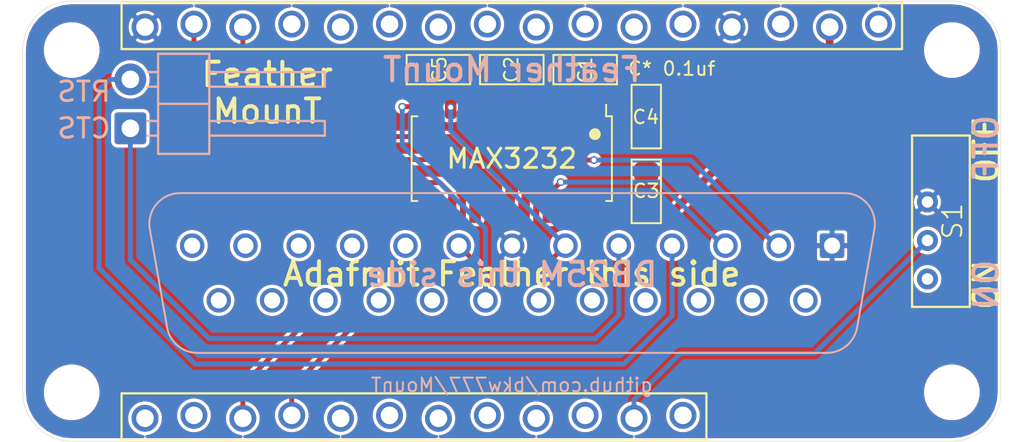
<source format=kicad_pcb>
(kicad_pcb (version 20171130) (host pcbnew 5.1.9-73d0e3b20d~88~ubuntu20.10.1)
  (layers (0 F.Cu signal) (31 B.Cu signal) (34 B.Paste user hide) (35 F.Paste user hide) (36 B.SilkS user) (37 F.SilkS user) (38 B.Mask user) (39 F.Mask user) (44 Edge.Cuts user))
  (net 0 "")
  (net 1 GND)
  (net 2 "Net-(C1-Pad1)")
  (net 3 "Net-(C1-Pad2)")
  (net 4 "Net-(C2-Pad1)")
  (net 5 "Net-(C2-Pad2)")
  (net 6 "Net-(C4-Pad1)")
  (net 7 "Net-(C5-Pad1)")
  (net 8 /En)
  (net 9 +3V3)
  (net 10 /DTR_TTL)
  (net 11 /DSR_TTL)
  (net 12 /TX_TTL)
  (net 13 /RX_TTL)
  (net 14 /DTR_232)
  (net 15 /DCD_232)
  (net 16 /DSR_232)
  (net 17 /CTS_232)
  (net 18 /RTS_232)
  (net 19 /RX_232)
  (net 20 /TX_232)
  (module 0_LOCAL:Adafruit_Feather_stagger_6mil (layer F.Cu) (at 147.32 96.52 180)
    (fp_text reference J1 hide)
    (fp_text value Adafruit_Feather)
    (fp_line (start -10.1092 -11.3792) (end -10.1092 -8.9408) (layer F.SilkS) (width 0.12))
    (fp_line (start -10.1092 -8.9408) (end 20.2692 -8.9408) (layer F.SilkS) (width 0.12))
    (fp_line (start 20.2692 -8.9408) (end 20.2692 -11.3792) (layer F.SilkS) (width 0.12))
    (fp_line (start 20.2692 -11.3792) (end -10.1092 -11.3792) (layer F.SilkS) (width 0.12))
    (fp_line (start -20.2692 8.9408) (end -20.2692 11.3792) (layer F.SilkS) (width 0.12))
    (fp_line (start -20.2692 11.3792) (end 20.2692 11.3792) (layer F.SilkS) (width 0.12))
    (fp_line (start 20.2692 11.3792) (end 20.2692 8.9408) (layer F.SilkS) (width 0.12))
    (fp_line (start 20.2692 8.9408) (end -20.2692 8.9408) (layer F.SilkS) (width 0.12))
    (pad "" np_thru_hole circle (at 22.86 -8.89 180) (size 2.54 2.54) (drill 2.54) (layers *.Cu *.Mask))
    (pad "" np_thru_hole circle (at 22.86 8.89 180) (size 2.54 2.54) (drill 2.54) (layers *.Cu *.Mask))
    (pad "" np_thru_hole circle (at -22.86 8.89 180) (size 2.54 2.54) (drill 2.54) (layers *.Cu *.Mask))
    (pad "" np_thru_hole circle (at -22.86 -8.89 180) (size 2.54 2.54) (drill 2.54) (layers *.Cu *.Mask))
    (pad 16 thru_hole circle (at 19.05 10.0838 180) (size 1.397 1.397) (drill 0.9144) (layers *.Cu *.Mask) (net 1 GND))
    (pad 15 thru_hole circle (at 16.51 10.2362 180) (size 1.397 1.397) (drill 0.9144) (layers *.Cu *.Mask) (net 12 /TX_TTL))
    (pad 14 thru_hole circle (at 13.97 10.0838 180) (size 1.397 1.397) (drill 0.9144) (layers *.Cu *.Mask) (net 13 /RX_TTL))
    (pad 13 thru_hole circle (at 11.43 10.2362 180) (size 1.397 1.397) (drill 0.9144) (layers *.Cu *.Mask))
    (pad 12 thru_hole circle (at 8.89 10.0838 180) (size 1.397 1.397) (drill 0.9144) (layers *.Cu *.Mask))
    (pad 11 thru_hole circle (at 6.35 10.2362 180) (size 1.397 1.397) (drill 0.9144) (layers *.Cu *.Mask))
    (pad 10 thru_hole circle (at 3.81 10.0838 180) (size 1.397 1.397) (drill 0.9144) (layers *.Cu *.Mask))
    (pad 9 thru_hole circle (at 1.27 10.2362 180) (size 1.397 1.397) (drill 0.9144) (layers *.Cu *.Mask))
    (pad 8 thru_hole circle (at -1.27 10.0838 180) (size 1.397 1.397) (drill 0.9144) (layers *.Cu *.Mask))
    (pad 7 thru_hole circle (at -3.81 10.2362 180) (size 1.397 1.397) (drill 0.9144) (layers *.Cu *.Mask))
    (pad 6 thru_hole circle (at -6.35 10.0838 180) (size 1.397 1.397) (drill 0.9144) (layers *.Cu *.Mask))
    (pad 5 thru_hole circle (at -8.89 10.2362 180) (size 1.397 1.397) (drill 0.9144) (layers *.Cu *.Mask))
    (pad 4 thru_hole circle (at -11.43 10.0838 180) (size 1.397 1.397) (drill 0.9144) (layers *.Cu *.Mask) (net 1 GND))
    (pad 3 thru_hole circle (at -13.97 10.2362 180) (size 1.397 1.397) (drill 0.9144) (layers *.Cu *.Mask))
    (pad 2 thru_hole circle (at -16.51 10.0838 180) (size 1.397 1.397) (drill 0.9144) (layers *.Cu *.Mask) (net 9 +3V3))
    (pad 1 thru_hole circle (at -19.05 10.2362 180) (size 1.397 1.397) (drill 0.9144) (layers *.Cu *.Mask))
    (pad 17 thru_hole circle (at 19.05 -10.2362 180) (size 1.397 1.397) (drill 0.9144) (layers *.Cu *.Mask))
    (pad 18 thru_hole circle (at 16.51 -10.0838 180) (size 1.397 1.397) (drill 0.9144) (layers *.Cu *.Mask))
    (pad 19 thru_hole circle (at 13.97 -10.2362 180) (size 1.397 1.397) (drill 0.9144) (layers *.Cu *.Mask) (net 10 /DTR_TTL))
    (pad 20 thru_hole circle (at 11.43 -10.0838 180) (size 1.397 1.397) (drill 0.9144) (layers *.Cu *.Mask) (net 11 /DSR_TTL))
    (pad 21 thru_hole circle (at 8.89 -10.2362 180) (size 1.397 1.397) (drill 0.9144) (layers *.Cu *.Mask))
    (pad 22 thru_hole circle (at 6.35 -10.0838 180) (size 1.397 1.397) (drill 0.9144) (layers *.Cu *.Mask))
    (pad 23 thru_hole circle (at 3.81 -10.2362 180) (size 1.397 1.397) (drill 0.9144) (layers *.Cu *.Mask))
    (pad 24 thru_hole circle (at 1.27 -10.0838 180) (size 1.397 1.397) (drill 0.9144) (layers *.Cu *.Mask))
    (pad 25 thru_hole circle (at -1.27 -10.2362 180) (size 1.397 1.397) (drill 0.9144) (layers *.Cu *.Mask))
    (pad 26 thru_hole circle (at -3.81 -10.0838 180) (size 1.397 1.397) (drill 0.9144) (layers *.Cu *.Mask))
    (pad 27 thru_hole circle (at -6.35 -10.2362 180) (size 1.397 1.397) (drill 0.9144) (layers *.Cu *.Mask) (net 8 /En))
    (pad 28 thru_hole circle (at -8.89 -10.0838 180) (size 1.397 1.397) (drill 0.9144) (layers *.Cu *.Mask))
  )
  (module 0_LOCAL:CSS-121xC (layer F.Cu) (at 168.91 96.52 90)
    (fp_text reference S1 (at 0 1.3 90) (layer F.SilkS) (effects (font (thickness 0.1))))
    (fp_text value DS04-254-1L-01BK)
    (fp_line (start 4.45 -0.8) (end 4.45 2.2) (layer F.SilkS) (width 0.12))
    (fp_line (start -4.45 -0.8) (end 4.45 -0.8) (layer F.SilkS) (width 0.12))
    (fp_line (start -4.45 2.2) (end 4.45 2.2) (layer F.SilkS) (width 0.12))
    (fp_line (start -4.45 -0.8) (end -4.45 2.2) (layer F.SilkS) (width 0.12))
    (pad 2 thru_hole circle (at -1 0 90) (size 1.0922 1.0922) (drill 0.6) (layers *.Cu *.Mask) (net 8 /En))
    (pad 1 thru_hole circle (at -3 0 90) (size 1.0922 1.0922) (drill 0.6) (layers *.Cu *.Mask))
    (pad 3 thru_hole circle (at 1 0 90) (size 1.0922 1.0922) (drill 0.6) (layers *.Cu *.Mask) (net 1 GND))
  )
  (module 0_LOCAL:PinHeader_1x02_P2.54mm_Horizontal (layer B.Cu) (at 127.508 91.694)
    (fp_text reference JP1 hide)
    (fp_text value Jumper_2_Bridged)
    (fp_line (start 0.9 -2.92) (end 1.44 -2.92) (layer B.SilkS) (width 0.12))
    (fp_line (start 0.9 -2.16) (end 1.44 -2.16) (layer B.SilkS) (width 0.12))
    (fp_line (start 10.1 -2.92) (end 4.1 -2.92) (layer B.SilkS) (width 0.12))
    (fp_line (start 10.1 -2.16) (end 10.1 -2.92) (layer B.SilkS) (width 0.12))
    (fp_line (start 4.1 -2.16) (end 10.1 -2.16) (layer B.SilkS) (width 0.12))
    (fp_line (start 1.44 -1.27) (end 4.1 -1.27) (layer B.SilkS) (width 0.12))
    (fp_line (start 0.9 -0.38) (end 1.44 -0.38) (layer B.SilkS) (width 0.12))
    (fp_line (start 0.9 0.38) (end 1.44 0.38) (layer B.SilkS) (width 0.12))
    (fp_line (start 10.1 -0.38) (end 4.1 -0.38) (layer B.SilkS) (width 0.12))
    (fp_line (start 10.1 0.38) (end 10.1 -0.38) (layer B.SilkS) (width 0.12))
    (fp_line (start 4.1 0.38) (end 10.1 0.38) (layer B.SilkS) (width 0.12))
    (fp_line (start 4.1 1.33) (end 1.44 1.33) (layer B.SilkS) (width 0.12))
    (fp_line (start 4.1 -3.87) (end 4.1 1.33) (layer B.SilkS) (width 0.12))
    (fp_line (start 1.44 -3.87) (end 4.1 -3.87) (layer B.SilkS) (width 0.12))
    (fp_line (start 1.44 1.33) (end 1.44 -3.87) (layer B.SilkS) (width 0.12))
    (pad 2 thru_hole custom (at 0 -2.54) (size 1.651 1.651) (drill 0.9144) (layers *.Cu *.Mask) (net 18 /RTS_232) (options (clearance outline) (anchor circle)) (primitives))
    (pad 1 thru_hole roundrect (at 0 0) (size 1.651 1.651) (drill 0.9144) (layers *.Cu *.Mask) (roundrect_rratio 0.1) (net 17 /CTS_232))
  )
  (module 0_LOCAL:DSUB-25_Male_Vertical_P2.77x2.84mm (layer B.Cu) (at 163.957 97.79 180)
    (fp_text reference J2 hide)
    (fp_text value DB25_Male)
    (fp_line (start -2.198887 0.852163) (end -1.299619 -4.247837) (layer B.SilkS) (width 0.1))
    (fp_line (start 35.438887 0.852163) (end 34.539619 -4.247837) (layer B.SilkS) (width 0.1))
    (fp_line (start 0.276073 -5.57) (end 32.963927 -5.57) (layer B.SilkS) (width 0.1))
    (fp_line (start -0.623194 2.73) (end 33.863194 2.73) (layer B.SilkS) (width 0.1))
    (fp_arc (start 32.963927 -3.97) (end 32.963927 -5.57) (angle 80) (layer B.SilkS) (width 0.1))
    (fp_arc (start 0.276073 -3.97) (end 0.276073 -5.57) (angle -80) (layer B.SilkS) (width 0.1))
    (fp_arc (start 33.863194 1.13) (end 33.863194 2.73) (angle -100) (layer B.SilkS) (width 0.1))
    (fp_arc (start -0.623194 1.13) (end -0.623194 2.73) (angle 100) (layer B.SilkS) (width 0.1))
    (pad 25 thru_hole circle (at 31.855 -2.84 180) (size 1.27 1.27) (drill 0.8382) (layers *.Cu *.Mask))
    (pad 24 thru_hole circle (at 29.085 -2.84 180) (size 1.27 1.27) (drill 0.8382) (layers *.Cu *.Mask))
    (pad 23 thru_hole circle (at 26.315 -2.84 180) (size 1.27 1.27) (drill 0.8382) (layers *.Cu *.Mask))
    (pad 22 thru_hole circle (at 23.545 -2.84 180) (size 1.27 1.27) (drill 0.8382) (layers *.Cu *.Mask))
    (pad 21 thru_hole circle (at 20.775 -2.84 180) (size 1.27 1.27) (drill 0.8382) (layers *.Cu *.Mask))
    (pad 20 thru_hole circle (at 18.005 -2.84 180) (size 1.27 1.27) (drill 0.8382) (layers *.Cu *.Mask) (net 14 /DTR_232))
    (pad 19 thru_hole circle (at 15.235 -2.84 180) (size 1.27 1.27) (drill 0.8382) (layers *.Cu *.Mask))
    (pad 18 thru_hole circle (at 12.465 -2.84 180) (size 1.27 1.27) (drill 0.8382) (layers *.Cu *.Mask))
    (pad 17 thru_hole circle (at 9.695 -2.84 180) (size 1.27 1.27) (drill 0.8382) (layers *.Cu *.Mask))
    (pad 16 thru_hole circle (at 6.925 -2.84 180) (size 1.27 1.27) (drill 0.8382) (layers *.Cu *.Mask))
    (pad 15 thru_hole circle (at 4.155 -2.84 180) (size 1.27 1.27) (drill 0.8382) (layers *.Cu *.Mask))
    (pad 14 thru_hole circle (at 1.385 -2.84 180) (size 1.27 1.27) (drill 0.8382) (layers *.Cu *.Mask))
    (pad 13 thru_hole circle (at 33.24 0 180) (size 1.27 1.27) (drill 0.8382) (layers *.Cu *.Mask))
    (pad 12 thru_hole circle (at 30.47 0 180) (size 1.27 1.27) (drill 0.8382) (layers *.Cu *.Mask))
    (pad 11 thru_hole circle (at 27.7 0 180) (size 1.27 1.27) (drill 0.8382) (layers *.Cu *.Mask))
    (pad 10 thru_hole circle (at 24.93 0 180) (size 1.27 1.27) (drill 0.8382) (layers *.Cu *.Mask))
    (pad 9 thru_hole circle (at 22.16 0 180) (size 1.27 1.27) (drill 0.8382) (layers *.Cu *.Mask))
    (pad 8 thru_hole circle (at 19.39 0 180) (size 1.27 1.27) (drill 0.8382) (layers *.Cu *.Mask) (net 15 /DCD_232))
    (pad 7 thru_hole circle (at 16.62 0 180) (size 1.27 1.27) (drill 0.8382) (layers *.Cu *.Mask) (net 1 GND))
    (pad 6 thru_hole circle (at 13.85 0 180) (size 1.27 1.27) (drill 0.8382) (layers *.Cu *.Mask) (net 16 /DSR_232))
    (pad 5 thru_hole circle (at 11.08 0 180) (size 1.27 1.27) (drill 0.8382) (layers *.Cu *.Mask) (net 17 /CTS_232))
    (pad 4 thru_hole circle (at 8.31 0 180) (size 1.27 1.27) (drill 0.8382) (layers *.Cu *.Mask) (net 18 /RTS_232))
    (pad 3 thru_hole circle (at 5.54 0 180) (size 1.27 1.27) (drill 0.8382) (layers *.Cu *.Mask) (net 19 /RX_232))
    (pad 2 thru_hole circle (at 2.77 0 180) (size 1.27 1.27) (drill 0.8382) (layers *.Cu *.Mask) (net 20 /TX_232))
    (pad 1 thru_hole roundrect (at 0 0 180) (size 1.27 1.27) (drill 0.8382) (layers *.Cu *.Mask) (roundrect_rratio 0.1) (net 1 GND))
  )
  (module 0_LOCAL:C_0805 (layer F.Cu) (at 154.305 94.9706 90)
    (fp_text reference C3 (at 0.0254 0) (layer F.SilkS) (effects (font (size 0.7112 0.7112) (thickness 0.1016))))
    (fp_text value 0.1uf)
    (fp_line (start -1.651 -0.762) (end -1.651 0.762) (layer F.SilkS) (width 0.1016))
    (fp_line (start 1.651 -0.762) (end 1.651 0.762) (layer F.SilkS) (width 0.1016))
    (fp_line (start -1.651 0.762) (end 1.651 0.762) (layer F.SilkS) (width 0.1016))
    (fp_line (start 1.651 -0.762) (end -1.651 -0.762) (layer F.SilkS) (width 0.1016))
    (pad 1 smd roundrect (at -1 0 90) (size 1 1.25) (layers F.Cu F.Paste F.Mask) (net 9 +3V3))
    (pad 2 smd roundrect (at 1 0 90) (size 1 1.25) (layers F.Cu F.Paste F.Mask) (net 1 GND))
  )
  (module 0_LOCAL:C_0805 (layer F.Cu) (at 154.305 91.0844 90)
    (fp_text reference C4 (at -0.0254 -0.0254) (layer F.SilkS) (effects (font (size 0.7112 0.7112) (thickness 0.1016))))
    (fp_text value 0.1uf)
    (fp_line (start -1.651 -0.762) (end -1.651 0.762) (layer F.SilkS) (width 0.1016))
    (fp_line (start 1.651 -0.762) (end 1.651 0.762) (layer F.SilkS) (width 0.1016))
    (fp_line (start -1.651 0.762) (end 1.651 0.762) (layer F.SilkS) (width 0.1016))
    (fp_line (start 1.651 -0.762) (end -1.651 -0.762) (layer F.SilkS) (width 0.1016))
    (pad 1 smd roundrect (at -1 0 90) (size 1 1.25) (layers F.Cu F.Paste F.Mask) (net 6 "Net-(C4-Pad1)"))
    (pad 2 smd roundrect (at 1 0 90) (size 1 1.25) (layers F.Cu F.Paste F.Mask) (net 1 GND))
  )
  (module 0_LOCAL:C_0805 (layer F.Cu) (at 151.13 88.646 180)
    (fp_text reference C1 (at 0 -0.0254 90) (layer F.SilkS) (effects (font (size 0.7112 0.7112) (thickness 0.1016))))
    (fp_text value 0.1uf)
    (fp_line (start -1.651 -0.762) (end -1.651 0.762) (layer F.SilkS) (width 0.1016))
    (fp_line (start 1.651 -0.762) (end 1.651 0.762) (layer F.SilkS) (width 0.1016))
    (fp_line (start -1.651 0.762) (end 1.651 0.762) (layer F.SilkS) (width 0.1016))
    (fp_line (start 1.651 -0.762) (end -1.651 -0.762) (layer F.SilkS) (width 0.1016))
    (pad 1 smd roundrect (at -1 0 180) (size 1 1.25) (layers F.Cu F.Paste F.Mask) (net 2 "Net-(C1-Pad1)"))
    (pad 2 smd roundrect (at 1 0 180) (size 1 1.25) (layers F.Cu F.Paste F.Mask) (net 3 "Net-(C1-Pad2)"))
  )
  (module 0_LOCAL:C_0805 (layer F.Cu) (at 147.32 88.646 180)
    (fp_text reference C2 (at 0.0254 0 90) (layer F.SilkS) (effects (font (size 0.7112 0.7112) (thickness 0.1016))))
    (fp_text value 0.1uf)
    (fp_line (start -1.651 -0.762) (end -1.651 0.762) (layer F.SilkS) (width 0.1016))
    (fp_line (start 1.651 -0.762) (end 1.651 0.762) (layer F.SilkS) (width 0.1016))
    (fp_line (start -1.651 0.762) (end 1.651 0.762) (layer F.SilkS) (width 0.1016))
    (fp_line (start 1.651 -0.762) (end -1.651 -0.762) (layer F.SilkS) (width 0.1016))
    (pad 1 smd roundrect (at -1 0 180) (size 1 1.25) (layers F.Cu F.Paste F.Mask) (net 4 "Net-(C2-Pad1)"))
    (pad 2 smd roundrect (at 1 0 180) (size 1 1.25) (layers F.Cu F.Paste F.Mask) (net 5 "Net-(C2-Pad2)"))
  )
  (module 0_LOCAL:C_0805 (layer F.Cu) (at 143.51 88.646 180)
    (fp_text reference C5 (at -0.0508 0 90) (layer F.SilkS) (effects (font (size 0.7112 0.7112) (thickness 0.1016))))
    (fp_text value 0.1uf)
    (fp_line (start -1.651 -0.762) (end -1.651 0.762) (layer F.SilkS) (width 0.1016))
    (fp_line (start 1.651 -0.762) (end 1.651 0.762) (layer F.SilkS) (width 0.1016))
    (fp_line (start -1.651 0.762) (end 1.651 0.762) (layer F.SilkS) (width 0.1016))
    (fp_line (start 1.651 -0.762) (end -1.651 -0.762) (layer F.SilkS) (width 0.1016))
    (pad 1 smd roundrect (at -1 0 180) (size 1 1.25) (layers F.Cu F.Paste F.Mask) (net 7 "Net-(C5-Pad1)"))
    (pad 2 smd roundrect (at 1 0 180) (size 1 1.25) (layers F.Cu F.Paste F.Mask) (net 1 GND))
  )
  (module 0_LOCAL:NetTie-2_SMD_10 (layer F.Cu) (at 147.3454 99.187 180)
    (fp_text reference NT1 hide)
    (fp_text value Net-Tie_2)
    (fp_poly (pts (xy -0.254 -0.127) (xy 0.254 -0.127) (xy 0.254 0.127) (xy -0.254 0.127)) (layer F.Cu) (width 0))
    (pad 2 smd circle (at 0.254 0 180) (size 0.254 0.254) (layers F.Cu) (net 15 /DCD_232))
    (pad 1 smd circle (at -0.254 0 180) (size 0.254 0.254) (layers F.Cu) (net 16 /DSR_232))
  )
  (module 0_LOCAL:SOIC-16_W3.90mm (layer F.Cu) (at 147.32 93.2688 180)
    (fp_text reference U1 hide)
    (fp_text value MAX3232 (at 0 0) (layer F.SilkS))
    (fp_line (start -4.9 -2.2) (end -5.2 -2.2) (layer F.SilkS) (width 0.1))
    (fp_line (start -4.9 2.2) (end -4.9 2.8) (layer F.SilkS) (width 0.1))
    (fp_line (start -5.2 2.2) (end -4.9 2.2) (layer F.SilkS) (width 0.1))
    (fp_line (start -5.2 -2.2) (end -5.2 2.2) (layer F.SilkS) (width 0.1))
    (fp_line (start 5.2 2.2) (end 5.2 -2.2) (layer F.SilkS) (width 0.1))
    (fp_line (start 4.9 2.2) (end 5.2 2.2) (layer F.SilkS) (width 0.1))
    (fp_line (start 5.2 -2.2) (end 4.9 -2.2) (layer F.SilkS) (width 0.1))
    (fp_circle (center -4.318 1.27) (end -4.1656 1.27) (layer F.SilkS) (width 0.3048))
    (pad 16 smd roundrect (at -4.445 -2.7 180) (size 0.6 1.27) (layers F.Cu F.Paste F.Mask) (net 9 +3V3))
    (pad 15 smd roundrect (at -3.175 -2.7 180) (size 0.6 1.27) (layers F.Cu F.Paste F.Mask) (net 1 GND))
    (pad 14 smd roundrect (at -1.905 -2.7 180) (size 0.6 1.27) (layers F.Cu F.Paste F.Mask) (net 19 /RX_232))
    (pad 13 smd roundrect (at -0.635 -2.7 180) (size 0.6 1.27) (layers F.Cu F.Paste F.Mask) (net 20 /TX_232))
    (pad 12 smd roundrect (at 0.635 -2.7 180) (size 0.6 1.27) (layers F.Cu F.Paste F.Mask) (net 13 /RX_TTL))
    (pad 11 smd roundrect (at 1.905 -2.7 180) (size 0.6 1.27) (layers F.Cu F.Paste F.Mask) (net 12 /TX_TTL))
    (pad 10 smd roundrect (at 3.175 -2.7 180) (size 0.6 1.27) (layers F.Cu F.Paste F.Mask) (net 10 /DTR_TTL))
    (pad 9 smd roundrect (at 4.445 -2.7 180) (size 0.6 1.27) (layers F.Cu F.Paste F.Mask) (net 11 /DSR_TTL))
    (pad 8 smd roundrect (at 4.445 2.7 180) (size 0.6 1.27) (layers F.Cu F.Paste F.Mask) (net 14 /DTR_232))
    (pad 7 smd roundrect (at 3.175 2.7 180) (size 0.6 1.27) (layers F.Cu F.Paste F.Mask) (net 16 /DSR_232))
    (pad 6 smd roundrect (at 1.905 2.7 180) (size 0.6 1.27) (layers F.Cu F.Paste F.Mask) (net 7 "Net-(C5-Pad1)"))
    (pad 5 smd roundrect (at 0.635 2.7 180) (size 0.6 1.27) (layers F.Cu F.Paste F.Mask) (net 5 "Net-(C2-Pad2)"))
    (pad 4 smd roundrect (at -0.635 2.7 180) (size 0.6 1.27) (layers F.Cu F.Paste F.Mask) (net 4 "Net-(C2-Pad1)"))
    (pad 3 smd roundrect (at -1.905 2.7 180) (size 0.6 1.27) (layers F.Cu F.Paste F.Mask) (net 3 "Net-(C1-Pad2)"))
    (pad 2 smd roundrect (at -3.175 2.7 180) (size 0.6 1.27) (layers F.Cu F.Paste F.Mask) (net 6 "Net-(C4-Pad1)"))
    (pad 1 smd roundrect (at -4.445 2.7 180) (size 0.6 1.27) (layers F.Cu F.Paste F.Mask) (net 2 "Net-(C1-Pad1)"))
  )
  (gr_text ON (at 171.958 99.822 90) (layer F.SilkS) (effects (font (size 1.2192 1.2192) (thickness 0.2032))))
  (gr_text OFF (at 171.958 92.837 90) (layer F.SilkS) (effects (font (size 1.2192 1.2192) (thickness 0.2032))))
  (gr_text OFF (at 171.958 92.71 90) (layer B.SilkS) (effects (font (size 1.2192 1.2192) (thickness 0.2032)) (justify mirror)))
  (gr_text Feather (at 134.62 88.9) (layer F.SilkS) (effects (font (size 1.2192 1.2192) (thickness 0.2032))))
  (gr_text MounT (at 134.62 90.805) (layer F.SilkS) (effects (font (size 1.2192 1.2192) (thickness 0.2032))))
  (gr_text CTS (at 125.095 91.694) (layer B.SilkS) (effects (font (size 1.016 1.016) (thickness 0.1524)) (justify mirror)))
  (gr_text RTS (at 125.095 89.789) (layer B.SilkS) (effects (font (size 1.016 1.016) (thickness 0.1524)) (justify mirror)))
  (gr_text "DB25M this side" (at 147.32 99.2886) (layer B.SilkS) (effects (font (size 1.2192 1.2192) (thickness 0.2032)) (justify mirror)))
  (gr_text "Adafruit Feather this side" (at 147.32 99.2632) (layer F.SilkS) (effects (font (size 1.2192 1.2192) (thickness 0.2032))))
  (gr_text ON (at 171.958 99.822 90) (layer B.SilkS) (effects (font (size 1.2192 1.2192) (thickness 0.2032)) (justify mirror)))
  (gr_text "Feather MounT" (at 147.32 88.646) (layer B.SilkS) (effects (font (size 1.2192 1.2192) (thickness 0.2032)) (justify mirror)))
  (gr_text github.com/bkw777/MounT (at 147.32 105.029) (layer B.SilkS) (effects (font (size 0.7112 0.7112) (thickness 0.1016)) (justify mirror)))
  (gr_text "C* 0.1uf" (at 155.6258 88.5952) (layer F.SilkS) (effects (font (size 0.7112 0.7112) (thickness 0.1016))))
  (gr_line (start 121.92 87.63) (end 121.92 105.41) (layer Edge.Cuts) (width 0.0254))
  (gr_line (start 170.18 85.09) (end 124.46 85.09) (layer Edge.Cuts) (width 0.0254))
  (gr_line (start 172.72 105.41) (end 172.72 87.63) (layer Edge.Cuts) (width 0.0254))
  (gr_line (start 124.46 107.95) (end 170.18 107.95) (layer Edge.Cuts) (width 0.0254))
  (gr_arc (start 124.46 105.41) (end 121.92 105.41) (angle -90) (layer Edge.Cuts) (width 0.0254))
  (gr_arc (start 124.46 87.63) (end 124.46 85.09) (angle -90) (layer Edge.Cuts) (width 0.0254))
  (gr_arc (start 170.18 87.63) (end 172.72 87.63) (angle -90) (layer Edge.Cuts) (width 0.0254))
  (gr_arc (start 170.18 105.41) (end 170.18 107.95) (angle -90) (layer Edge.Cuts) (width 0.0254))
  (segment (start 151.765 89.011) (end 152.13 88.646) (width 0.4064) (layer F.Cu) (net 2))
  (segment (start 151.765 90.5688) (end 151.765 89.011) (width 0.4064) (layer F.Cu) (net 2))
  (segment (start 150.13 88.9475) (end 150.13 88.646) (width 0.4064) (layer F.Cu) (net 3))
  (segment (start 149.225 89.8525) (end 150.13 88.9475) (width 0.4064) (layer F.Cu) (net 3))
  (segment (start 149.225 90.5688) (end 149.225 89.8525) (width 0.4064) (layer F.Cu) (net 3))
  (segment (start 147.955 89.011) (end 148.32 88.646) (width 0.4064) (layer F.Cu) (net 4))
  (segment (start 147.955 90.5688) (end 147.955 89.011) (width 0.4064) (layer F.Cu) (net 4))
  (segment (start 146.685 89.011) (end 146.32 88.646) (width 0.4064) (layer F.Cu) (net 5))
  (segment (start 146.685 90.5688) (end 146.685 89.011) (width 0.4064) (layer F.Cu) (net 5))
  (segment (start 150.495 91.567) (end 150.495 90.5688) (width 0.4064) (layer F.Cu) (net 6))
  (segment (start 151.0124 92.0844) (end 150.495 91.567) (width 0.4064) (layer F.Cu) (net 6))
  (segment (start 154.305 92.0844) (end 151.0124 92.0844) (width 0.4064) (layer F.Cu) (net 6))
  (segment (start 144.51 88.9094) (end 144.51 88.646) (width 0.4064) (layer F.Cu) (net 7))
  (segment (start 145.415 89.8144) (end 144.51 88.9094) (width 0.4064) (layer F.Cu) (net 7))
  (segment (start 145.415 90.5688) (end 145.415 89.8144) (width 0.4064) (layer F.Cu) (net 7))
  (segment (start 163.052 103.378) (end 168.91 97.52) (width 0.254) (layer B.Cu) (net 8))
  (segment (start 156.083 103.378) (end 163.052 103.378) (width 0.254) (layer B.Cu) (net 8))
  (segment (start 153.67 105.791) (end 156.083 103.378) (width 0.254) (layer B.Cu) (net 8))
  (segment (start 153.67 106.8324) (end 153.67 105.791) (width 0.254) (layer B.Cu) (net 8))
  (segment (start 151.7668 95.9706) (end 151.765 95.9688) (width 0.4064) (layer F.Cu) (net 9))
  (segment (start 154.305 95.9706) (end 151.7668 95.9706) (width 0.4064) (layer F.Cu) (net 9))
  (segment (start 163.83 87.884) (end 163.83 86.5124) (width 0.4064) (layer F.Cu) (net 9))
  (segment (start 155.7434 95.9706) (end 163.83 87.884) (width 0.4064) (layer F.Cu) (net 9))
  (segment (start 154.305 95.9706) (end 155.7434 95.9706) (width 0.4064) (layer F.Cu) (net 9))
  (segment (start 137.6426 96.7994) (end 139.9286 94.5134) (width 0.254) (layer F.Cu) (net 10))
  (segment (start 144.145 95.0722) (end 144.145 95.9688) (width 0.254) (layer F.Cu) (net 10))
  (segment (start 136.2456 99.8982) (end 137.6426 98.5012) (width 0.254) (layer F.Cu) (net 10))
  (segment (start 139.9286 94.5134) (end 143.5862 94.5134) (width 0.254) (layer F.Cu) (net 10))
  (segment (start 137.6426 98.5012) (end 137.6426 96.7994) (width 0.254) (layer F.Cu) (net 10))
  (segment (start 136.2456 102.1334) (end 136.2456 99.8982) (width 0.254) (layer F.Cu) (net 10))
  (segment (start 143.5862 94.5134) (end 144.145 95.0722) (width 0.254) (layer F.Cu) (net 10))
  (segment (start 133.35 105.029) (end 136.2456 102.1334) (width 0.254) (layer F.Cu) (net 10))
  (segment (start 133.35 106.8324) (end 133.35 105.029) (width 0.254) (layer F.Cu) (net 10))
  (segment (start 140.4112 96.8248) (end 141.2672 95.9688) (width 0.254) (layer F.Cu) (net 11))
  (segment (start 139.0294 99.9084) (end 140.4112 98.5266) (width 0.254) (layer F.Cu) (net 11))
  (segment (start 141.2672 95.9688) (end 142.875 95.9688) (width 0.254) (layer F.Cu) (net 11))
  (segment (start 139.0294 102.0166) (end 139.0294 99.9084) (width 0.254) (layer F.Cu) (net 11))
  (segment (start 140.4112 98.5266) (end 140.4112 96.8248) (width 0.254) (layer F.Cu) (net 11))
  (segment (start 135.89 105.156) (end 139.0294 102.0166) (width 0.254) (layer F.Cu) (net 11))
  (segment (start 135.89 106.5276) (end 135.89 105.156) (width 0.254) (layer F.Cu) (net 11))
  (segment (start 136.4996 93.3196) (end 130.81 87.63) (width 0.254) (layer F.Cu) (net 12))
  (segment (start 143.7386 93.3196) (end 136.4996 93.3196) (width 0.254) (layer F.Cu) (net 12))
  (segment (start 130.81 87.63) (end 130.81 86.2076) (width 0.254) (layer F.Cu) (net 12))
  (segment (start 145.415 94.996) (end 143.7386 93.3196) (width 0.254) (layer F.Cu) (net 12))
  (segment (start 145.415 95.9688) (end 145.415 94.996) (width 0.254) (layer F.Cu) (net 12))
  (segment (start 137.7188 92.1258) (end 133.35 87.757) (width 0.254) (layer F.Cu) (net 13))
  (segment (start 133.35 87.757) (end 133.35 86.5124) (width 0.254) (layer F.Cu) (net 13))
  (segment (start 144.0688 92.1258) (end 137.7188 92.1258) (width 0.254) (layer F.Cu) (net 13))
  (segment (start 146.685 94.742) (end 144.0688 92.1258) (width 0.254) (layer F.Cu) (net 13))
  (segment (start 146.685 95.9688) (end 146.685 94.742) (width 0.254) (layer F.Cu) (net 13))
  (segment (start 145.825 100.8416) (end 145.8214 100.838) (width 0.1778) (layer B.Cu) (net 14))
  (segment (start 145.95 100.628) (end 145.952 100.63) (width 0.254) (layer F.Cu) (net 14))
  (via (at 141.6304 90.5764) (size 0.4064) (drill 0.254) (layers F.Cu B.Cu) (net 14))
  (segment (start 141.638 90.5688) (end 141.6304 90.5764) (width 0.254) (layer F.Cu) (net 14))
  (segment (start 142.875 90.5688) (end 141.638 90.5688) (width 0.254) (layer F.Cu) (net 14))
  (segment (start 145.952 96.9046) (end 145.952 100.63) (width 0.254) (layer B.Cu) (net 14))
  (segment (start 141.6304 92.583) (end 145.952 96.9046) (width 0.254) (layer B.Cu) (net 14))
  (segment (start 141.6304 90.5764) (end 141.6304 92.583) (width 0.254) (layer B.Cu) (net 14))
  (segment (start 145.964 99.187) (end 144.567 97.79) (width 0.254) (layer F.Cu) (net 15))
  (segment (start 145.964 99.187) (end 147.0914 99.187) (width 0.254) (layer F.Cu) (net 15))
  (segment (start 150.107 97.79) (end 148.71 99.187) (width 0.254) (layer F.Cu) (net 16))
  (segment (start 148.71 99.187) (end 147.5994 99.187) (width 0.254) (layer F.Cu) (net 16))
  (via (at 144.145 90.6018) (size 0.4064) (drill 0.254) (layers F.Cu B.Cu) (net 16))
  (segment (start 144.145 91.828) (end 144.145 90.6018) (width 0.254) (layer B.Cu) (net 16))
  (segment (start 150.107 97.79) (end 144.145 91.828) (width 0.254) (layer B.Cu) (net 16))
  (segment (start 131.5974 102.616) (end 127.508 98.5266) (width 0.254) (layer B.Cu) (net 17))
  (segment (start 127.508 98.5266) (end 127.508 91.694) (width 0.254) (layer B.Cu) (net 17))
  (segment (start 151.6634 102.616) (end 131.5974 102.616) (width 0.254) (layer B.Cu) (net 17))
  (segment (start 152.877 101.4024) (end 151.6634 102.616) (width 0.254) (layer B.Cu) (net 17))
  (segment (start 152.877 97.79) (end 152.877 101.4024) (width 0.254) (layer B.Cu) (net 17))
  (segment (start 126.4412 89.154) (end 127.508 89.154) (width 0.254) (layer B.Cu) (net 18))
  (segment (start 125.8824 89.7128) (end 126.4412 89.154) (width 0.254) (layer B.Cu) (net 18))
  (segment (start 125.8824 98.9584) (end 125.8824 89.7128) (width 0.254) (layer B.Cu) (net 18))
  (segment (start 130.8608 103.9368) (end 125.8824 98.9584) (width 0.254) (layer B.Cu) (net 18))
  (segment (start 153.1366 103.9368) (end 130.8608 103.9368) (width 0.254) (layer B.Cu) (net 18))
  (segment (start 155.647 101.4264) (end 153.1366 103.9368) (width 0.254) (layer B.Cu) (net 18))
  (segment (start 155.647 97.79) (end 155.647 101.4264) (width 0.254) (layer B.Cu) (net 18))
  (segment (start 149.225 95.123) (end 149.225 95.9688) (width 0.254) (layer F.Cu) (net 19))
  (segment (start 149.86 94.488) (end 149.225 95.123) (width 0.254) (layer F.Cu) (net 19))
  (segment (start 149.86 94.488) (end 154.988 94.488) (width 0.254) (layer B.Cu) (net 19))
  (segment (start 154.988 94.488) (end 158.29 97.79) (width 0.254) (layer B.Cu) (net 19))
  (via (at 149.86 94.488) (size 0.4064) (drill 0.254) (layers F.Cu B.Cu) (net 19))
  (segment (start 156.615 93.345) (end 161.06 97.79) (width 0.254) (layer B.Cu) (net 20))
  (segment (start 151.5872 93.345) (end 156.615 93.345) (width 0.254) (layer B.Cu) (net 20))
  (via (at 151.5872 93.345) (size 0.4064) (drill 0.254) (layers F.Cu B.Cu) (net 20))
  (segment (start 147.955 94.6404) (end 147.955 95.9688) (width 0.254) (layer F.Cu) (net 20))
  (segment (start 149.2504 93.345) (end 147.955 94.6404) (width 0.254) (layer F.Cu) (net 20))
  (segment (start 151.5872 93.345) (end 149.2504 93.345) (width 0.254) (layer F.Cu) (net 20))
  (zone (net 1) (net_name GND) (layer F.Cu) (connect_pads (clearance 0.1524)) (min_thickness 0.1524) (fill yes (arc_segments 32) (thermal_gap 0.1524) (thermal_bridge_width 0.254) (smoothing fillet) (radius 0.0762))
    (polygon (pts (xy 121.92 85.09) (xy 172.72 85.09) (xy 172.72 107.95) (xy 121.92 107.95)))
  )
  (zone (net 1) (net_name GND) (layer B.Cu) (connect_pads (clearance 0.1524)) (min_thickness 0.1524) (fill yes (arc_segments 32) (thermal_gap 0.1524) (thermal_bridge_width 0.254) (smoothing fillet) (radius 0.0762))
    (polygon (pts (xy 121.92 85.09) (xy 172.72 85.09) (xy 172.72 107.95) (xy 121.92 107.95)))
  )
)
</source>
